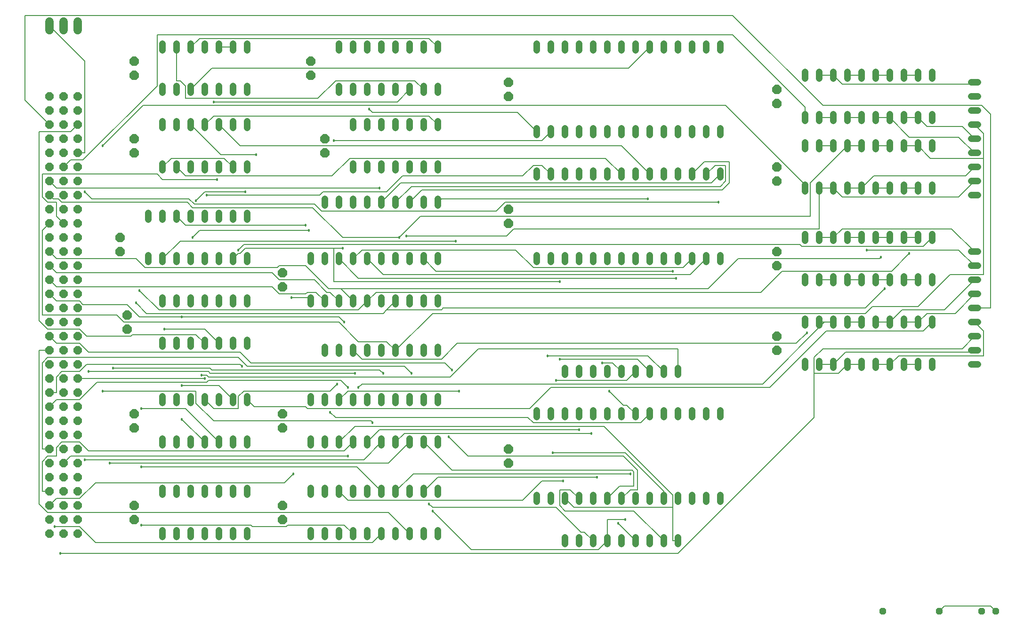
<source format=gbr>
G04 EAGLE Gerber RS-274X export*
G75*
%MOMM*%
%FSLAX34Y34*%
%LPD*%
%INTop Copper*%
%IPPOS*%
%AMOC8*
5,1,8,0,0,1.08239X$1,22.5*%
G01*
%ADD10P,1.649562X8X202.500000*%
%ADD11P,1.319650X8X202.500000*%
%ADD12C,1.219200*%
%ADD13P,1.814519X8X112.500000*%
%ADD14C,1.524000*%
%ADD15C,0.152400*%
%ADD16C,0.457200*%


D10*
X50800Y177800D03*
X50800Y203200D03*
X50800Y228600D03*
X50800Y254000D03*
X50800Y279400D03*
X50800Y304800D03*
X50800Y330200D03*
X50800Y355600D03*
X50800Y381000D03*
X50800Y406400D03*
X50800Y431800D03*
X50800Y457200D03*
X50800Y482600D03*
X50800Y508000D03*
X50800Y533400D03*
X50800Y558800D03*
X76200Y177800D03*
X76200Y203200D03*
X76200Y228600D03*
X76200Y254000D03*
X76200Y279400D03*
X76200Y304800D03*
X76200Y330200D03*
X76200Y355600D03*
X76200Y381000D03*
X76200Y406400D03*
X76200Y431800D03*
X76200Y457200D03*
X76200Y482600D03*
X76200Y508000D03*
X76200Y533400D03*
X76200Y558800D03*
X101600Y177800D03*
X101600Y203200D03*
X101600Y228600D03*
X101600Y254000D03*
X101600Y279400D03*
X101600Y304800D03*
X101600Y330200D03*
X101600Y355600D03*
X101600Y381000D03*
X101600Y406400D03*
X101600Y431800D03*
X101600Y457200D03*
X101600Y482600D03*
X101600Y508000D03*
X101600Y533400D03*
X101600Y558800D03*
X50800Y584200D03*
X50800Y609600D03*
X50800Y635000D03*
X50800Y660400D03*
X50800Y685800D03*
X50800Y711200D03*
X50800Y736600D03*
X50800Y762000D03*
X50800Y787400D03*
X50800Y812800D03*
X50800Y838200D03*
X50800Y863600D03*
X50800Y889000D03*
X50800Y914400D03*
X50800Y939800D03*
X50800Y965200D03*
X76200Y584200D03*
X76200Y609600D03*
X76200Y635000D03*
X76200Y660400D03*
X76200Y685800D03*
X76200Y711200D03*
X76200Y736600D03*
X76200Y762000D03*
X76200Y787400D03*
X76200Y812800D03*
X76200Y838200D03*
X76200Y863600D03*
X76200Y889000D03*
X76200Y914400D03*
X76200Y939800D03*
X76200Y965200D03*
X101600Y584200D03*
X101600Y609600D03*
X101600Y635000D03*
X101600Y660400D03*
X101600Y685800D03*
X101600Y711200D03*
X101600Y736600D03*
X101600Y762000D03*
X101600Y787400D03*
X101600Y812800D03*
X101600Y838200D03*
X101600Y863600D03*
X101600Y889000D03*
X101600Y914400D03*
X101600Y939800D03*
X101600Y965200D03*
D11*
X1752600Y38100D03*
X1727200Y38100D03*
X1651000Y38100D03*
X1549400Y38100D03*
D12*
X927100Y895604D02*
X927100Y907796D01*
X952500Y907796D02*
X952500Y895604D01*
X977900Y895604D02*
X977900Y907796D01*
X1003300Y907796D02*
X1003300Y895604D01*
X1028700Y895604D02*
X1028700Y907796D01*
X1054100Y907796D02*
X1054100Y895604D01*
X1079500Y895604D02*
X1079500Y907796D01*
X1104900Y907796D02*
X1104900Y895604D01*
X1130300Y895604D02*
X1130300Y907796D01*
X1155700Y907796D02*
X1155700Y895604D01*
X1181100Y895604D02*
X1181100Y907796D01*
X1206500Y907796D02*
X1206500Y895604D01*
X1231900Y895604D02*
X1231900Y907796D01*
X1257300Y907796D02*
X1257300Y895604D01*
X1257300Y1048004D02*
X1257300Y1060196D01*
X1231900Y1060196D02*
X1231900Y1048004D01*
X1206500Y1048004D02*
X1206500Y1060196D01*
X1181100Y1060196D02*
X1181100Y1048004D01*
X1155700Y1048004D02*
X1155700Y1060196D01*
X1130300Y1060196D02*
X1130300Y1048004D01*
X1104900Y1048004D02*
X1104900Y1060196D01*
X1079500Y1060196D02*
X1079500Y1048004D01*
X1054100Y1048004D02*
X1054100Y1060196D01*
X1028700Y1060196D02*
X1028700Y1048004D01*
X1003300Y1048004D02*
X1003300Y1060196D01*
X977900Y1060196D02*
X977900Y1048004D01*
X952500Y1048004D02*
X952500Y1060196D01*
X927100Y1060196D02*
X927100Y1048004D01*
X927100Y679196D02*
X927100Y667004D01*
X952500Y667004D02*
X952500Y679196D01*
X977900Y679196D02*
X977900Y667004D01*
X1003300Y667004D02*
X1003300Y679196D01*
X1028700Y679196D02*
X1028700Y667004D01*
X1054100Y667004D02*
X1054100Y679196D01*
X1079500Y679196D02*
X1079500Y667004D01*
X1104900Y667004D02*
X1104900Y679196D01*
X1130300Y679196D02*
X1130300Y667004D01*
X1155700Y667004D02*
X1155700Y679196D01*
X1181100Y679196D02*
X1181100Y667004D01*
X1206500Y667004D02*
X1206500Y679196D01*
X1231900Y679196D02*
X1231900Y667004D01*
X1257300Y667004D02*
X1257300Y679196D01*
X1257300Y819404D02*
X1257300Y831596D01*
X1231900Y831596D02*
X1231900Y819404D01*
X1206500Y819404D02*
X1206500Y831596D01*
X1181100Y831596D02*
X1181100Y819404D01*
X1155700Y819404D02*
X1155700Y831596D01*
X1130300Y831596D02*
X1130300Y819404D01*
X1104900Y819404D02*
X1104900Y831596D01*
X1079500Y831596D02*
X1079500Y819404D01*
X1054100Y819404D02*
X1054100Y831596D01*
X1028700Y831596D02*
X1028700Y819404D01*
X1003300Y819404D02*
X1003300Y831596D01*
X977900Y831596D02*
X977900Y819404D01*
X952500Y819404D02*
X952500Y831596D01*
X927100Y831596D02*
X927100Y819404D01*
X977900Y171196D02*
X977900Y159004D01*
X1003300Y159004D02*
X1003300Y171196D01*
X1028700Y171196D02*
X1028700Y159004D01*
X1054100Y159004D02*
X1054100Y171196D01*
X1079500Y171196D02*
X1079500Y159004D01*
X1104900Y159004D02*
X1104900Y171196D01*
X1130300Y171196D02*
X1130300Y159004D01*
X1155700Y159004D02*
X1155700Y171196D01*
X1181100Y171196D02*
X1181100Y159004D01*
X977900Y463804D02*
X977900Y475996D01*
X1003300Y475996D02*
X1003300Y463804D01*
X1028700Y463804D02*
X1028700Y475996D01*
X1054100Y475996D02*
X1054100Y463804D01*
X1079500Y463804D02*
X1079500Y475996D01*
X1104900Y475996D02*
X1104900Y463804D01*
X1130300Y463804D02*
X1130300Y475996D01*
X1155700Y475996D02*
X1155700Y463804D01*
X1181100Y463804D02*
X1181100Y475996D01*
X254000Y832104D02*
X254000Y844296D01*
X279400Y844296D02*
X279400Y832104D01*
X406400Y832104D02*
X406400Y844296D01*
X406400Y908304D02*
X406400Y920496D01*
X304800Y844296D02*
X304800Y832104D01*
X330200Y832104D02*
X330200Y844296D01*
X381000Y844296D02*
X381000Y832104D01*
X355600Y832104D02*
X355600Y844296D01*
X381000Y908304D02*
X381000Y920496D01*
X355600Y920496D02*
X355600Y908304D01*
X330200Y908304D02*
X330200Y920496D01*
X304800Y920496D02*
X304800Y908304D01*
X279400Y908304D02*
X279400Y920496D01*
X254000Y920496D02*
X254000Y908304D01*
X571500Y971804D02*
X571500Y983996D01*
X596900Y983996D02*
X596900Y971804D01*
X723900Y971804D02*
X723900Y983996D01*
X749300Y983996D02*
X749300Y971804D01*
X622300Y971804D02*
X622300Y983996D01*
X647700Y983996D02*
X647700Y971804D01*
X698500Y971804D02*
X698500Y983996D01*
X673100Y983996D02*
X673100Y971804D01*
X749300Y1048004D02*
X749300Y1060196D01*
X723900Y1060196D02*
X723900Y1048004D01*
X698500Y1048004D02*
X698500Y1060196D01*
X673100Y1060196D02*
X673100Y1048004D01*
X647700Y1048004D02*
X647700Y1060196D01*
X622300Y1060196D02*
X622300Y1048004D01*
X596900Y1048004D02*
X596900Y1060196D01*
X571500Y1060196D02*
X571500Y1048004D01*
X520700Y348996D02*
X520700Y336804D01*
X546100Y336804D02*
X546100Y348996D01*
X673100Y348996D02*
X673100Y336804D01*
X698500Y336804D02*
X698500Y348996D01*
X571500Y348996D02*
X571500Y336804D01*
X596900Y336804D02*
X596900Y348996D01*
X647700Y348996D02*
X647700Y336804D01*
X622300Y336804D02*
X622300Y348996D01*
X723900Y348996D02*
X723900Y336804D01*
X749300Y336804D02*
X749300Y348996D01*
X749300Y413004D02*
X749300Y425196D01*
X723900Y425196D02*
X723900Y413004D01*
X698500Y413004D02*
X698500Y425196D01*
X673100Y425196D02*
X673100Y413004D01*
X647700Y413004D02*
X647700Y425196D01*
X622300Y425196D02*
X622300Y413004D01*
X596900Y413004D02*
X596900Y425196D01*
X571500Y425196D02*
X571500Y413004D01*
X546100Y413004D02*
X546100Y425196D01*
X520700Y425196D02*
X520700Y413004D01*
X520700Y183896D02*
X520700Y171704D01*
X546100Y171704D02*
X546100Y183896D01*
X673100Y183896D02*
X673100Y171704D01*
X698500Y171704D02*
X698500Y183896D01*
X571500Y183896D02*
X571500Y171704D01*
X596900Y171704D02*
X596900Y183896D01*
X647700Y183896D02*
X647700Y171704D01*
X622300Y171704D02*
X622300Y183896D01*
X723900Y183896D02*
X723900Y171704D01*
X749300Y171704D02*
X749300Y183896D01*
X749300Y247904D02*
X749300Y260096D01*
X723900Y260096D02*
X723900Y247904D01*
X698500Y247904D02*
X698500Y260096D01*
X673100Y260096D02*
X673100Y247904D01*
X647700Y247904D02*
X647700Y260096D01*
X622300Y260096D02*
X622300Y247904D01*
X596900Y247904D02*
X596900Y260096D01*
X571500Y260096D02*
X571500Y247904D01*
X546100Y247904D02*
X546100Y260096D01*
X520700Y260096D02*
X520700Y247904D01*
X596900Y832104D02*
X596900Y844296D01*
X622300Y844296D02*
X622300Y832104D01*
X749300Y832104D02*
X749300Y844296D01*
X749300Y908304D02*
X749300Y920496D01*
X647700Y844296D02*
X647700Y832104D01*
X673100Y832104D02*
X673100Y844296D01*
X723900Y844296D02*
X723900Y832104D01*
X698500Y832104D02*
X698500Y844296D01*
X723900Y908304D02*
X723900Y920496D01*
X698500Y920496D02*
X698500Y908304D01*
X673100Y908304D02*
X673100Y920496D01*
X647700Y920496D02*
X647700Y908304D01*
X622300Y908304D02*
X622300Y920496D01*
X596900Y920496D02*
X596900Y908304D01*
X520700Y602996D02*
X520700Y590804D01*
X546100Y590804D02*
X546100Y602996D01*
X673100Y602996D02*
X673100Y590804D01*
X698500Y590804D02*
X698500Y602996D01*
X571500Y602996D02*
X571500Y590804D01*
X596900Y590804D02*
X596900Y602996D01*
X647700Y602996D02*
X647700Y590804D01*
X622300Y590804D02*
X622300Y602996D01*
X723900Y602996D02*
X723900Y590804D01*
X749300Y590804D02*
X749300Y602996D01*
X749300Y667004D02*
X749300Y679196D01*
X723900Y679196D02*
X723900Y667004D01*
X698500Y667004D02*
X698500Y679196D01*
X673100Y679196D02*
X673100Y667004D01*
X647700Y667004D02*
X647700Y679196D01*
X622300Y679196D02*
X622300Y667004D01*
X596900Y667004D02*
X596900Y679196D01*
X571500Y679196D02*
X571500Y667004D01*
X546100Y667004D02*
X546100Y679196D01*
X520700Y679196D02*
X520700Y667004D01*
X546100Y514096D02*
X546100Y501904D01*
X571500Y501904D02*
X571500Y514096D01*
X596900Y514096D02*
X596900Y501904D01*
X622300Y501904D02*
X622300Y514096D01*
X647700Y514096D02*
X647700Y501904D01*
X673100Y501904D02*
X673100Y514096D01*
X698500Y514096D02*
X698500Y501904D01*
X723900Y501904D02*
X723900Y514096D01*
X749300Y514096D02*
X749300Y501904D01*
X546100Y768604D02*
X546100Y780796D01*
X571500Y780796D02*
X571500Y768604D01*
X596900Y768604D02*
X596900Y780796D01*
X622300Y780796D02*
X622300Y768604D01*
X647700Y768604D02*
X647700Y780796D01*
X673100Y780796D02*
X673100Y768604D01*
X698500Y768604D02*
X698500Y780796D01*
X723900Y780796D02*
X723900Y768604D01*
X749300Y768604D02*
X749300Y780796D01*
X228600Y679196D02*
X228600Y667004D01*
X254000Y667004D02*
X254000Y679196D01*
X381000Y679196D02*
X381000Y667004D01*
X406400Y667004D02*
X406400Y679196D01*
X279400Y679196D02*
X279400Y667004D01*
X304800Y667004D02*
X304800Y679196D01*
X355600Y679196D02*
X355600Y667004D01*
X330200Y667004D02*
X330200Y679196D01*
X406400Y743204D02*
X406400Y755396D01*
X381000Y755396D02*
X381000Y743204D01*
X355600Y743204D02*
X355600Y755396D01*
X330200Y755396D02*
X330200Y743204D01*
X304800Y743204D02*
X304800Y755396D01*
X279400Y755396D02*
X279400Y743204D01*
X254000Y743204D02*
X254000Y755396D01*
X228600Y755396D02*
X228600Y743204D01*
X254000Y526796D02*
X254000Y514604D01*
X279400Y514604D02*
X279400Y526796D01*
X406400Y526796D02*
X406400Y514604D01*
X406400Y590804D02*
X406400Y602996D01*
X304800Y526796D02*
X304800Y514604D01*
X330200Y514604D02*
X330200Y526796D01*
X381000Y526796D02*
X381000Y514604D01*
X355600Y514604D02*
X355600Y526796D01*
X381000Y590804D02*
X381000Y602996D01*
X355600Y602996D02*
X355600Y590804D01*
X330200Y590804D02*
X330200Y602996D01*
X304800Y602996D02*
X304800Y590804D01*
X279400Y590804D02*
X279400Y602996D01*
X254000Y602996D02*
X254000Y590804D01*
X254000Y971804D02*
X254000Y983996D01*
X279400Y983996D02*
X279400Y971804D01*
X406400Y971804D02*
X406400Y983996D01*
X406400Y1048004D02*
X406400Y1060196D01*
X304800Y983996D02*
X304800Y971804D01*
X330200Y971804D02*
X330200Y983996D01*
X381000Y983996D02*
X381000Y971804D01*
X355600Y971804D02*
X355600Y983996D01*
X381000Y1048004D02*
X381000Y1060196D01*
X355600Y1060196D02*
X355600Y1048004D01*
X330200Y1048004D02*
X330200Y1060196D01*
X304800Y1060196D02*
X304800Y1048004D01*
X279400Y1048004D02*
X279400Y1060196D01*
X254000Y1060196D02*
X254000Y1048004D01*
X927100Y247396D02*
X927100Y235204D01*
X952500Y235204D02*
X952500Y247396D01*
X977900Y247396D02*
X977900Y235204D01*
X1003300Y235204D02*
X1003300Y247396D01*
X1028700Y247396D02*
X1028700Y235204D01*
X1054100Y235204D02*
X1054100Y247396D01*
X1079500Y247396D02*
X1079500Y235204D01*
X1104900Y235204D02*
X1104900Y247396D01*
X1130300Y247396D02*
X1130300Y235204D01*
X1155700Y235204D02*
X1155700Y247396D01*
X1181100Y247396D02*
X1181100Y235204D01*
X1206500Y235204D02*
X1206500Y247396D01*
X1231900Y247396D02*
X1231900Y235204D01*
X1257300Y235204D02*
X1257300Y247396D01*
X1257300Y387604D02*
X1257300Y399796D01*
X1231900Y399796D02*
X1231900Y387604D01*
X1206500Y387604D02*
X1206500Y399796D01*
X1181100Y399796D02*
X1181100Y387604D01*
X1155700Y387604D02*
X1155700Y399796D01*
X1130300Y399796D02*
X1130300Y387604D01*
X1104900Y387604D02*
X1104900Y399796D01*
X1079500Y399796D02*
X1079500Y387604D01*
X1054100Y387604D02*
X1054100Y399796D01*
X1028700Y399796D02*
X1028700Y387604D01*
X1003300Y387604D02*
X1003300Y399796D01*
X977900Y399796D02*
X977900Y387604D01*
X952500Y387604D02*
X952500Y399796D01*
X927100Y399796D02*
X927100Y387604D01*
D13*
X876300Y965200D03*
X876300Y990600D03*
X876300Y736600D03*
X876300Y762000D03*
X876300Y304800D03*
X876300Y330200D03*
X469900Y203200D03*
X469900Y228600D03*
X469900Y368300D03*
X469900Y393700D03*
X469900Y622300D03*
X469900Y647700D03*
X546100Y863600D03*
X546100Y889000D03*
X520700Y1003300D03*
X520700Y1028700D03*
X203200Y1003300D03*
X203200Y1028700D03*
X203200Y863600D03*
X203200Y889000D03*
X177800Y685800D03*
X177800Y711200D03*
X190500Y546100D03*
X190500Y571500D03*
X203200Y368300D03*
X203200Y393700D03*
D12*
X254000Y348996D02*
X254000Y336804D01*
X279400Y336804D02*
X279400Y348996D01*
X406400Y348996D02*
X406400Y336804D01*
X406400Y413004D02*
X406400Y425196D01*
X304800Y348996D02*
X304800Y336804D01*
X330200Y336804D02*
X330200Y348996D01*
X381000Y348996D02*
X381000Y336804D01*
X355600Y336804D02*
X355600Y348996D01*
X381000Y413004D02*
X381000Y425196D01*
X355600Y425196D02*
X355600Y413004D01*
X330200Y413004D02*
X330200Y425196D01*
X304800Y425196D02*
X304800Y413004D01*
X279400Y413004D02*
X279400Y425196D01*
X254000Y425196D02*
X254000Y413004D01*
X1708404Y787400D02*
X1720596Y787400D01*
X1720596Y812800D02*
X1708404Y812800D01*
X1708404Y838200D02*
X1720596Y838200D01*
X1720596Y863600D02*
X1708404Y863600D01*
X1708404Y889000D02*
X1720596Y889000D01*
X1720596Y914400D02*
X1708404Y914400D01*
X1708404Y939800D02*
X1720596Y939800D01*
X1720596Y965200D02*
X1708404Y965200D01*
X1708404Y990600D02*
X1720596Y990600D01*
X1720596Y482600D02*
X1708404Y482600D01*
X1708404Y508000D02*
X1720596Y508000D01*
X1720596Y533400D02*
X1708404Y533400D01*
X1708404Y558800D02*
X1720596Y558800D01*
X1720596Y584200D02*
X1708404Y584200D01*
X1708404Y609600D02*
X1720596Y609600D01*
X1720596Y635000D02*
X1708404Y635000D01*
X1708404Y660400D02*
X1720596Y660400D01*
X1720596Y685800D02*
X1708404Y685800D01*
D13*
X1358900Y952500D03*
X1358900Y977900D03*
X1358900Y812800D03*
X1358900Y838200D03*
X1358900Y660400D03*
X1358900Y685800D03*
X1358900Y508000D03*
X1358900Y533400D03*
D14*
X50800Y1084580D02*
X50800Y1099820D01*
X76200Y1099820D02*
X76200Y1084580D01*
X101600Y1084580D02*
X101600Y1099820D01*
D12*
X254000Y183896D02*
X254000Y171704D01*
X279400Y171704D02*
X279400Y183896D01*
X406400Y183896D02*
X406400Y171704D01*
X406400Y247904D02*
X406400Y260096D01*
X304800Y183896D02*
X304800Y171704D01*
X330200Y171704D02*
X330200Y183896D01*
X381000Y183896D02*
X381000Y171704D01*
X355600Y171704D02*
X355600Y183896D01*
X381000Y247904D02*
X381000Y260096D01*
X355600Y260096D02*
X355600Y247904D01*
X330200Y247904D02*
X330200Y260096D01*
X304800Y260096D02*
X304800Y247904D01*
X279400Y247904D02*
X279400Y260096D01*
X254000Y260096D02*
X254000Y247904D01*
D13*
X203200Y203200D03*
X203200Y228600D03*
D12*
X1409700Y921004D02*
X1409700Y933196D01*
X1435100Y933196D02*
X1435100Y921004D01*
X1562100Y921004D02*
X1562100Y933196D01*
X1587500Y933196D02*
X1587500Y921004D01*
X1460500Y921004D02*
X1460500Y933196D01*
X1485900Y933196D02*
X1485900Y921004D01*
X1536700Y921004D02*
X1536700Y933196D01*
X1511300Y933196D02*
X1511300Y921004D01*
X1612900Y921004D02*
X1612900Y933196D01*
X1638300Y933196D02*
X1638300Y921004D01*
X1638300Y997204D02*
X1638300Y1009396D01*
X1612900Y1009396D02*
X1612900Y997204D01*
X1587500Y997204D02*
X1587500Y1009396D01*
X1562100Y1009396D02*
X1562100Y997204D01*
X1536700Y997204D02*
X1536700Y1009396D01*
X1511300Y1009396D02*
X1511300Y997204D01*
X1485900Y997204D02*
X1485900Y1009396D01*
X1460500Y1009396D02*
X1460500Y997204D01*
X1435100Y997204D02*
X1435100Y1009396D01*
X1409700Y1009396D02*
X1409700Y997204D01*
X1409700Y641096D02*
X1409700Y628904D01*
X1435100Y628904D02*
X1435100Y641096D01*
X1562100Y641096D02*
X1562100Y628904D01*
X1587500Y628904D02*
X1587500Y641096D01*
X1460500Y641096D02*
X1460500Y628904D01*
X1485900Y628904D02*
X1485900Y641096D01*
X1536700Y641096D02*
X1536700Y628904D01*
X1511300Y628904D02*
X1511300Y641096D01*
X1612900Y641096D02*
X1612900Y628904D01*
X1638300Y628904D02*
X1638300Y641096D01*
X1638300Y705104D02*
X1638300Y717296D01*
X1612900Y717296D02*
X1612900Y705104D01*
X1587500Y705104D02*
X1587500Y717296D01*
X1562100Y717296D02*
X1562100Y705104D01*
X1536700Y705104D02*
X1536700Y717296D01*
X1511300Y717296D02*
X1511300Y705104D01*
X1485900Y705104D02*
X1485900Y717296D01*
X1460500Y717296D02*
X1460500Y705104D01*
X1435100Y705104D02*
X1435100Y717296D01*
X1409700Y717296D02*
X1409700Y705104D01*
X1409700Y794004D02*
X1409700Y806196D01*
X1435100Y806196D02*
X1435100Y794004D01*
X1562100Y794004D02*
X1562100Y806196D01*
X1587500Y806196D02*
X1587500Y794004D01*
X1460500Y794004D02*
X1460500Y806196D01*
X1485900Y806196D02*
X1485900Y794004D01*
X1536700Y794004D02*
X1536700Y806196D01*
X1511300Y806196D02*
X1511300Y794004D01*
X1612900Y794004D02*
X1612900Y806196D01*
X1638300Y806196D02*
X1638300Y794004D01*
X1638300Y870204D02*
X1638300Y882396D01*
X1612900Y882396D02*
X1612900Y870204D01*
X1587500Y870204D02*
X1587500Y882396D01*
X1562100Y882396D02*
X1562100Y870204D01*
X1536700Y870204D02*
X1536700Y882396D01*
X1511300Y882396D02*
X1511300Y870204D01*
X1485900Y870204D02*
X1485900Y882396D01*
X1460500Y882396D02*
X1460500Y870204D01*
X1435100Y870204D02*
X1435100Y882396D01*
X1409700Y882396D02*
X1409700Y870204D01*
X1409700Y488696D02*
X1409700Y476504D01*
X1435100Y476504D02*
X1435100Y488696D01*
X1562100Y488696D02*
X1562100Y476504D01*
X1587500Y476504D02*
X1587500Y488696D01*
X1460500Y488696D02*
X1460500Y476504D01*
X1485900Y476504D02*
X1485900Y488696D01*
X1536700Y488696D02*
X1536700Y476504D01*
X1511300Y476504D02*
X1511300Y488696D01*
X1612900Y488696D02*
X1612900Y476504D01*
X1638300Y476504D02*
X1638300Y488696D01*
X1638300Y552704D02*
X1638300Y564896D01*
X1612900Y564896D02*
X1612900Y552704D01*
X1587500Y552704D02*
X1587500Y564896D01*
X1562100Y564896D02*
X1562100Y552704D01*
X1536700Y552704D02*
X1536700Y564896D01*
X1511300Y564896D02*
X1511300Y552704D01*
X1485900Y552704D02*
X1485900Y564896D01*
X1460500Y564896D02*
X1460500Y552704D01*
X1435100Y552704D02*
X1435100Y564896D01*
X1409700Y564896D02*
X1409700Y552704D01*
D15*
X1435100Y927100D02*
X1460500Y927100D01*
X1460500Y800100D02*
X1435100Y800100D01*
X1685925Y784225D02*
X1714500Y812800D01*
X1685925Y784225D02*
X1476375Y784225D01*
X1460500Y800100D01*
X63500Y622300D02*
X50800Y635000D01*
X63500Y622300D02*
X450850Y622300D01*
X463550Y609600D01*
X511175Y609600D01*
X514350Y612775D01*
X530225Y612775D01*
X546100Y596900D01*
X1435100Y727075D02*
X1435100Y800100D01*
X1435100Y727075D02*
X885825Y727075D01*
X873125Y714375D01*
X692150Y714375D01*
D16*
X692150Y714375D03*
D15*
X1485900Y927100D02*
X1511300Y927100D01*
X1511300Y800100D02*
X1485900Y800100D01*
X1698625Y822325D02*
X1714500Y838200D01*
X1698625Y822325D02*
X1533525Y822325D01*
X1511300Y800100D01*
X63500Y647700D02*
X50800Y660400D01*
X63500Y647700D02*
X450850Y647700D01*
X463550Y635000D01*
X527050Y635000D01*
X549275Y612775D01*
X555625Y612775D01*
X571500Y596900D01*
X1393825Y520700D02*
X1412875Y539750D01*
X1393825Y520700D02*
X784225Y520700D01*
X755650Y492125D01*
X612775Y492125D01*
X596900Y508000D01*
D16*
X1412875Y539750D03*
D15*
X1587500Y800100D02*
X1612900Y800100D01*
X1612900Y927100D02*
X1587500Y927100D01*
X1692275Y911225D02*
X1714500Y889000D01*
X1692275Y911225D02*
X1628775Y911225D01*
X1612900Y927100D01*
X247650Y581025D02*
X212725Y615950D01*
X247650Y581025D02*
X606425Y581025D01*
X622300Y596900D01*
X1565275Y650875D02*
X1597025Y682625D01*
X1565275Y650875D02*
X1368425Y650875D01*
X1330325Y612775D01*
X638175Y612775D01*
X622300Y596900D01*
D16*
X212725Y615950D03*
X1597025Y682625D03*
D15*
X1587500Y1003300D02*
X1612900Y1003300D01*
X1612900Y876300D02*
X1587500Y876300D01*
X1714500Y914400D02*
X1730375Y898525D01*
X1730375Y854075D01*
X1635125Y854075D01*
X1612900Y876300D01*
X50800Y736600D02*
X38100Y723900D01*
X38100Y571500D01*
X171450Y571500D01*
X184150Y558800D01*
X571500Y558800D01*
X606425Y523875D01*
X657225Y523875D01*
X673100Y508000D01*
X1730375Y644525D02*
X1730375Y854075D01*
X1730375Y644525D02*
X1670050Y644525D01*
X1612900Y587375D01*
X1530350Y587375D01*
X1517650Y574675D01*
X739775Y574675D01*
X673100Y508000D01*
X1536700Y876300D02*
X1562100Y876300D01*
X1562100Y1003300D02*
X1536700Y1003300D01*
X225425Y574675D02*
X206375Y593725D01*
X225425Y574675D02*
X650875Y574675D01*
X657225Y581025D02*
X673100Y596900D01*
X657225Y581025D02*
X650875Y574675D01*
X1517650Y584200D02*
X1552575Y619125D01*
X1517650Y584200D02*
X758825Y584200D01*
X755650Y581025D01*
X657225Y581025D01*
D16*
X206375Y593725D03*
X1552575Y619125D03*
D15*
X1511300Y876300D02*
X1485900Y876300D01*
X1485900Y1003300D02*
X1511300Y1003300D01*
X57150Y781050D02*
X50800Y787400D01*
X57150Y781050D02*
X66675Y781050D01*
X73025Y774700D01*
X298450Y774700D01*
X307975Y765175D01*
X523875Y765175D01*
X577850Y711200D01*
X679450Y711200D01*
X1419225Y809625D02*
X1485900Y876300D01*
X1419225Y809625D02*
X1419225Y749300D01*
X717550Y749300D01*
X679450Y711200D01*
D16*
X679450Y711200D03*
D15*
X1485900Y635000D02*
X1511300Y635000D01*
X1511300Y482600D02*
X1485900Y482600D01*
X1692275Y511175D02*
X1714500Y533400D01*
X1692275Y511175D02*
X1441450Y511175D01*
X1425575Y495300D01*
X1425575Y466725D01*
X1470025Y466725D01*
X1485900Y482600D01*
X1181100Y142875D02*
X69850Y142875D01*
X1181100Y142875D02*
X1425575Y387350D01*
X1425575Y466725D01*
D16*
X69850Y142875D03*
D15*
X1536700Y482600D02*
X1562100Y482600D01*
X1714500Y558800D02*
X1730375Y542925D01*
X1730375Y498475D01*
X1577975Y498475D01*
X1562100Y482600D01*
X1562100Y635000D02*
X1536700Y635000D01*
X1587500Y635000D02*
X1612900Y635000D01*
X1612900Y482600D02*
X1587500Y482600D01*
X50800Y914400D02*
X6350Y958850D01*
X6350Y1111250D01*
X1279525Y1111250D01*
X1441450Y949325D01*
X1727200Y949325D01*
X1743075Y933450D01*
X1743075Y584200D01*
X1714500Y584200D01*
X1612900Y711200D02*
X1587500Y711200D01*
X1587500Y558800D02*
X1612900Y558800D01*
X1679575Y574675D02*
X1714500Y609600D01*
X1679575Y574675D02*
X1628775Y574675D01*
X1612900Y558800D01*
X1562100Y711200D02*
X1536700Y711200D01*
X1536700Y558800D02*
X1562100Y558800D01*
X1660525Y581025D02*
X1714500Y635000D01*
X1660525Y581025D02*
X1584325Y581025D01*
X1562100Y558800D01*
X1511300Y711200D02*
X1485900Y711200D01*
X1685925Y688975D02*
X1714500Y660400D01*
X1685925Y688975D02*
X1520825Y688975D01*
X1511300Y558800D02*
X1485900Y558800D01*
D16*
X1520825Y688975D03*
D15*
X1460500Y711200D02*
X1435100Y711200D01*
X1673225Y727075D02*
X1714500Y685800D01*
X1673225Y727075D02*
X1476375Y727075D01*
X1460500Y711200D01*
X1460500Y558800D02*
X1444625Y558800D01*
X1435100Y558800D01*
X88900Y317500D02*
X76200Y304800D01*
X88900Y317500D02*
X587375Y317500D01*
X606425Y441325D02*
X612775Y447675D01*
X1333500Y447675D01*
X1444625Y558800D01*
D16*
X587375Y317500D03*
X606425Y441325D03*
D15*
X1536700Y800100D02*
X1562100Y800100D01*
X1562100Y927100D02*
X1536700Y927100D01*
X1685925Y892175D02*
X1714500Y863600D01*
X1685925Y892175D02*
X1597025Y892175D01*
X1562100Y927100D01*
X63500Y673100D02*
X50800Y685800D01*
X63500Y673100D02*
X206375Y673100D01*
X222250Y657225D01*
X460375Y657225D01*
X463550Y660400D01*
X511175Y660400D01*
X552450Y619125D01*
X574675Y619125D01*
X596900Y596900D01*
X1543050Y673100D02*
X1546225Y676275D01*
X1543050Y673100D02*
X1289050Y673100D01*
X1235075Y619125D01*
X574675Y619125D01*
D16*
X1546225Y676275D03*
D15*
X1460500Y876300D02*
X1435100Y876300D01*
X1435100Y1003300D02*
X1460500Y1003300D01*
X1711325Y987425D02*
X1714500Y990600D01*
X1711325Y987425D02*
X1476375Y987425D01*
X1460500Y1003300D01*
X63500Y800100D02*
X50800Y812800D01*
X63500Y800100D02*
X644525Y800100D01*
D16*
X644525Y800100D03*
D15*
X1435100Y635000D02*
X1460500Y635000D01*
X1460500Y482600D02*
X1435100Y482600D01*
X1711325Y504825D02*
X1714500Y508000D01*
X1711325Y504825D02*
X1482725Y504825D01*
X1460500Y482600D01*
X127000Y781050D02*
X114300Y793750D01*
X127000Y781050D02*
X301625Y781050D01*
X311150Y771525D01*
X527050Y771525D01*
X539750Y758825D01*
X854075Y758825D01*
X869950Y774700D01*
X1254125Y774700D01*
D16*
X114300Y793750D03*
X1254125Y774700D03*
D15*
X488950Y285750D02*
X473075Y269875D01*
X133350Y269875D01*
X104775Y241300D01*
X63500Y241300D01*
X50800Y228600D01*
D16*
X488950Y285750D03*
D15*
X581025Y327025D02*
X596900Y342900D01*
X581025Y327025D02*
X120650Y327025D01*
X104775Y342900D01*
X73025Y342900D01*
X63500Y333375D01*
X63500Y317500D01*
X47625Y317500D01*
X38100Y307975D01*
X38100Y254000D01*
X50800Y254000D01*
X615950Y311150D02*
X647700Y342900D01*
X615950Y311150D02*
X114300Y311150D01*
D16*
X114300Y311150D03*
D15*
X660400Y304800D02*
X698500Y342900D01*
X660400Y304800D02*
X158750Y304800D01*
D16*
X158750Y304800D03*
D15*
X688975Y479425D02*
X701675Y466725D01*
X688975Y479425D02*
X406400Y479425D01*
X390525Y495300D01*
X47625Y495300D01*
X38100Y485775D01*
X38100Y330200D01*
X50800Y330200D01*
D16*
X701675Y466725D03*
D15*
X650875Y466725D02*
X644525Y473075D01*
X342900Y473075D01*
X339725Y476250D01*
X165100Y476250D01*
D16*
X650875Y466725D03*
X165100Y476250D03*
D15*
X339725Y466725D02*
X600075Y466725D01*
X339725Y466725D02*
X336550Y469900D01*
X120650Y469900D01*
D16*
X600075Y466725D03*
X120650Y469900D03*
D15*
X574675Y454025D02*
X587375Y441325D01*
X574675Y454025D02*
X336550Y454025D01*
X333375Y450850D01*
X136525Y450850D01*
X104775Y419100D01*
X63500Y419100D01*
X50800Y406400D01*
D16*
X587375Y441325D03*
D15*
X396875Y479425D02*
X393700Y482600D01*
X117475Y482600D01*
X104775Y469900D01*
X73025Y469900D01*
X63500Y460375D01*
X63500Y431800D01*
X50800Y431800D01*
D16*
X396875Y479425D03*
D15*
X581025Y193675D02*
X596900Y177800D01*
X581025Y193675D02*
X479425Y193675D01*
X476250Y190500D01*
X415925Y190500D01*
X412750Y193675D01*
X215900Y193675D01*
D16*
X215900Y193675D03*
D15*
X631825Y161925D02*
X647700Y177800D01*
X631825Y161925D02*
X133350Y161925D01*
X104775Y190500D01*
X60325Y190500D01*
D16*
X60325Y190500D03*
D15*
X660400Y215900D02*
X698500Y177800D01*
X660400Y215900D02*
X47625Y215900D01*
X31750Y231775D01*
X31750Y508000D01*
X50800Y508000D01*
X762000Y485775D02*
X774700Y473075D01*
X762000Y485775D02*
X412750Y485775D01*
X393700Y504825D01*
X120650Y504825D01*
X104775Y520700D01*
X63500Y520700D01*
X50800Y533400D01*
D16*
X774700Y473075D03*
D15*
X631825Y377825D02*
X628650Y381000D01*
X346075Y381000D01*
X314325Y412750D01*
X314325Y434975D01*
X146050Y434975D01*
D16*
X631825Y377825D03*
X146050Y434975D03*
D15*
X603250Y298450D02*
X647700Y254000D01*
X603250Y298450D02*
X215900Y298450D01*
D16*
X215900Y298450D03*
D15*
X571500Y568325D02*
X581025Y558800D01*
X288925Y568325D02*
X212725Y568325D01*
X288925Y568325D02*
X571500Y568325D01*
X212725Y568325D02*
X190500Y590550D01*
X111125Y590550D01*
X104775Y596900D01*
X63500Y596900D01*
X50800Y609600D01*
D16*
X581025Y558800D03*
X288925Y568325D03*
D15*
X514350Y603250D02*
X520700Y596900D01*
X514350Y603250D02*
X485775Y603250D01*
X76200Y736600D02*
X63500Y749300D01*
X63500Y774700D01*
X47625Y774700D01*
X38100Y784225D01*
X38100Y825500D01*
X244475Y825500D01*
X254000Y815975D01*
X352425Y815975D01*
D16*
X485775Y603250D03*
X352425Y815975D03*
D15*
X88900Y850900D02*
X76200Y838200D01*
X88900Y850900D02*
X111125Y850900D01*
X244475Y984250D01*
X244475Y1076325D01*
X1279525Y1076325D01*
X1409700Y946150D01*
X1409700Y927100D01*
X219075Y949325D02*
X146050Y876300D01*
X219075Y949325D02*
X1266825Y949325D01*
X1409700Y806450D01*
X1409700Y800100D01*
D16*
X146050Y876300D03*
D15*
X101600Y457200D02*
X330200Y457200D01*
X555625Y434975D02*
X568325Y447675D01*
X555625Y434975D02*
X400050Y434975D01*
X390525Y425450D01*
X390525Y403225D01*
X346075Y403225D01*
X330200Y419100D01*
D16*
X330200Y457200D03*
X568325Y447675D03*
D15*
X330200Y520700D02*
X314325Y536575D01*
X200025Y536575D01*
X196850Y533400D01*
X117475Y533400D01*
X104775Y546100D01*
X47625Y546100D01*
X31750Y561975D01*
X31750Y901700D01*
X88900Y901700D01*
X101600Y914400D01*
X114300Y1028700D02*
X50800Y1092200D01*
X114300Y1028700D02*
X114300Y863600D01*
X101600Y863600D01*
X295275Y403225D02*
X355600Y342900D01*
X295275Y403225D02*
X215900Y403225D01*
D16*
X215900Y403225D03*
D15*
X355600Y444500D02*
X381000Y419100D01*
X355600Y444500D02*
X288925Y444500D01*
D16*
X288925Y444500D03*
D15*
X1651000Y38100D02*
X1660525Y47625D01*
X1743075Y47625D01*
X1752600Y38100D01*
X587375Y434975D02*
X571500Y419100D01*
X587375Y434975D02*
X787400Y434975D01*
X1155700Y254000D02*
X1155700Y241300D01*
X1155700Y254000D02*
X1085850Y323850D01*
X955675Y323850D01*
D16*
X787400Y434975D03*
X955675Y323850D03*
D15*
X739775Y225425D02*
X733425Y231775D01*
X739775Y225425D02*
X962025Y225425D01*
X1006475Y180975D01*
X1012825Y180975D01*
X1028700Y165100D01*
D16*
X733425Y231775D03*
D15*
X1054100Y203200D02*
X1054100Y165100D01*
X1054100Y203200D02*
X1085850Y203200D01*
X809625Y149225D02*
X739775Y219075D01*
X809625Y149225D02*
X1038225Y149225D01*
X1054100Y165100D01*
D16*
X1085850Y203200D03*
X739775Y219075D03*
D15*
X803275Y317500D02*
X768350Y352425D01*
X803275Y317500D02*
X1082675Y317500D01*
X1108075Y292100D01*
X1108075Y257175D01*
X1095375Y257175D01*
X1079500Y241300D01*
D16*
X768350Y352425D03*
D15*
X723900Y342900D02*
X774700Y292100D01*
X1098550Y292100D01*
X1101725Y288925D01*
X1101725Y263525D01*
X1076325Y263525D01*
X1054100Y241300D01*
X1073150Y196850D02*
X1104900Y165100D01*
D16*
X1073150Y196850D03*
D15*
X688975Y358775D02*
X673100Y342900D01*
X688975Y358775D02*
X1025525Y358775D01*
D16*
X1025525Y358775D03*
D15*
X644525Y365125D02*
X622300Y342900D01*
X644525Y365125D02*
X1003300Y365125D01*
X1101725Y219075D02*
X1155700Y165100D01*
X1101725Y219075D02*
X977900Y219075D01*
X968375Y228600D01*
X968375Y257175D01*
X987425Y257175D01*
X1003300Y241300D01*
D16*
X1003300Y365125D03*
D15*
X600075Y371475D02*
X571500Y342900D01*
X600075Y371475D02*
X1047750Y371475D01*
X1171575Y247650D01*
X1171575Y225425D02*
X1171575Y165100D01*
X1171575Y225425D02*
X1171575Y247650D01*
X1171575Y165100D02*
X1181100Y165100D01*
X993775Y225425D02*
X977900Y241300D01*
X993775Y225425D02*
X1171575Y225425D01*
X587375Y238125D02*
X571500Y254000D01*
X587375Y238125D02*
X901700Y238125D01*
X936625Y273050D01*
X974725Y273050D01*
D16*
X974725Y273050D03*
D15*
X704850Y285750D02*
X673100Y254000D01*
X704850Y285750D02*
X1095375Y285750D01*
X1082675Y409575D02*
X1057275Y434975D01*
X1082675Y409575D02*
X1089025Y409575D01*
X1104900Y393700D01*
D16*
X1095375Y285750D03*
X1057275Y434975D03*
D15*
X749300Y279400D02*
X723900Y254000D01*
X749300Y279400D02*
X1035050Y279400D01*
X1079500Y469900D02*
X1063625Y485775D01*
X1044575Y485775D01*
D16*
X1035050Y279400D03*
X1044575Y485775D03*
D15*
X320675Y723900D02*
X307975Y711200D01*
X320675Y723900D02*
X517525Y723900D01*
X1089025Y454025D02*
X1104900Y469900D01*
X1089025Y454025D02*
X962025Y454025D01*
X936625Y885825D02*
X561975Y885825D01*
X936625Y885825D02*
X952500Y901700D01*
D16*
X307975Y711200D03*
X517525Y723900D03*
X962025Y454025D03*
X561975Y885825D03*
D15*
X390525Y682625D02*
X381000Y673100D01*
X390525Y682625D02*
X393700Y682625D01*
X403225Y692150D01*
X561975Y692150D02*
X577850Y692150D01*
X561975Y692150D02*
X403225Y692150D01*
X1108075Y492125D02*
X1130300Y469900D01*
X1108075Y492125D02*
X968375Y492125D01*
X561975Y631825D02*
X561975Y692150D01*
X561975Y631825D02*
X968375Y631825D01*
D16*
X577850Y692150D03*
X968375Y492125D03*
X968375Y631825D03*
D15*
X1127125Y498475D02*
X1155700Y469900D01*
X1127125Y498475D02*
X946150Y498475D01*
X631825Y936625D02*
X625475Y942975D01*
X631825Y936625D02*
X892175Y936625D01*
X927100Y901700D01*
D16*
X946150Y498475D03*
X625475Y942975D03*
D15*
X1181100Y511175D02*
X1181100Y469900D01*
X1181100Y511175D02*
X822325Y511175D01*
X771525Y460375D01*
X336550Y460375D01*
X333375Y463550D01*
X323850Y463550D01*
X676275Y955675D02*
X698500Y977900D01*
X676275Y955675D02*
X346075Y955675D01*
D16*
X323850Y463550D03*
X346075Y955675D03*
D15*
X571500Y673100D02*
X606425Y638175D01*
X1177925Y638175D01*
D16*
X1177925Y638175D03*
D15*
X612775Y688975D02*
X596900Y673100D01*
X612775Y688975D02*
X889000Y688975D01*
X920750Y657225D01*
X1190625Y657225D01*
X1206500Y673100D01*
X650875Y644525D02*
X622300Y673100D01*
X650875Y644525D02*
X1203325Y644525D01*
X1231900Y673100D01*
X682625Y809625D02*
X647700Y774700D01*
X682625Y809625D02*
X1241425Y809625D01*
X1257300Y825500D01*
X701675Y803275D02*
X673100Y774700D01*
X701675Y803275D02*
X1257300Y803275D01*
X1266825Y812800D01*
X1266825Y841375D01*
X1247775Y841375D01*
X1231900Y825500D01*
X720725Y796925D02*
X698500Y774700D01*
X720725Y796925D02*
X1260475Y796925D01*
X1273175Y809625D01*
X1273175Y847725D01*
X1228725Y847725D01*
X1206500Y825500D01*
X746125Y650875D02*
X723900Y673100D01*
X746125Y650875D02*
X1171575Y650875D01*
D16*
X1171575Y650875D03*
D15*
X755650Y781050D02*
X749300Y774700D01*
X755650Y781050D02*
X1127125Y781050D01*
D16*
X1127125Y781050D03*
D15*
X295275Y822325D02*
X279400Y838200D01*
X295275Y822325D02*
X558800Y822325D01*
X590550Y854075D01*
X1050925Y854075D01*
X1079500Y825500D01*
X536575Y787400D02*
X333375Y787400D01*
X536575Y787400D02*
X542925Y793750D01*
X657225Y793750D01*
X685800Y822325D01*
X901700Y822325D01*
X920750Y841375D01*
X936625Y841375D01*
X952500Y825500D01*
D16*
X333375Y787400D03*
D15*
X269875Y854075D02*
X254000Y838200D01*
X269875Y854075D02*
X365125Y854075D01*
X381000Y838200D01*
X393700Y876300D02*
X355600Y914400D01*
X393700Y876300D02*
X1079500Y876300D01*
X1130300Y825500D01*
X279400Y993775D02*
X279400Y1054100D01*
X279400Y993775D02*
X285750Y993775D01*
X295275Y984250D01*
X295275Y962025D01*
X533400Y962025D01*
X565150Y993775D01*
X708025Y993775D01*
X723900Y977900D01*
X346075Y930275D02*
X330200Y914400D01*
X346075Y930275D02*
X733425Y930275D01*
X749300Y914400D01*
X781050Y704850D02*
X285750Y704850D01*
X254000Y673100D01*
D16*
X781050Y704850D03*
D15*
X511175Y733425D02*
X295275Y733425D01*
X279400Y749300D01*
D16*
X511175Y733425D03*
D15*
X330200Y546100D02*
X355600Y520700D01*
X330200Y546100D02*
X257175Y546100D01*
D16*
X257175Y546100D03*
D15*
X304800Y977900D02*
X342900Y1016000D01*
X1092200Y1016000D01*
X1130300Y1054100D01*
X330200Y342900D02*
X288925Y384175D01*
D16*
X288925Y384175D03*
D15*
X304800Y1054100D02*
X320675Y1069975D01*
X733425Y1069975D01*
X749300Y1054100D01*
X358775Y860425D02*
X304800Y914400D01*
X358775Y860425D02*
X422275Y860425D01*
X555625Y396875D02*
X565150Y387350D01*
X911225Y387350D01*
X920750Y377825D01*
X1114425Y377825D01*
X1130300Y393700D01*
D16*
X422275Y860425D03*
X555625Y396875D03*
D15*
X314325Y777875D02*
X330200Y793750D01*
X403225Y793750D01*
D16*
X314325Y777875D03*
X403225Y793750D03*
D15*
X400050Y698500D02*
X390525Y688975D01*
X400050Y698500D02*
X1400175Y698500D01*
X1403350Y695325D01*
X1622425Y695325D01*
X1638300Y711200D01*
D16*
X390525Y688975D03*
D15*
X406400Y419100D02*
X419100Y406400D01*
X511175Y406400D01*
X514350Y403225D01*
X914400Y403225D01*
X952500Y441325D01*
X1346200Y441325D01*
X1447800Y542925D01*
X1622425Y542925D01*
X1638300Y558800D01*
X381000Y1054100D02*
X355600Y1054100D01*
M02*

</source>
